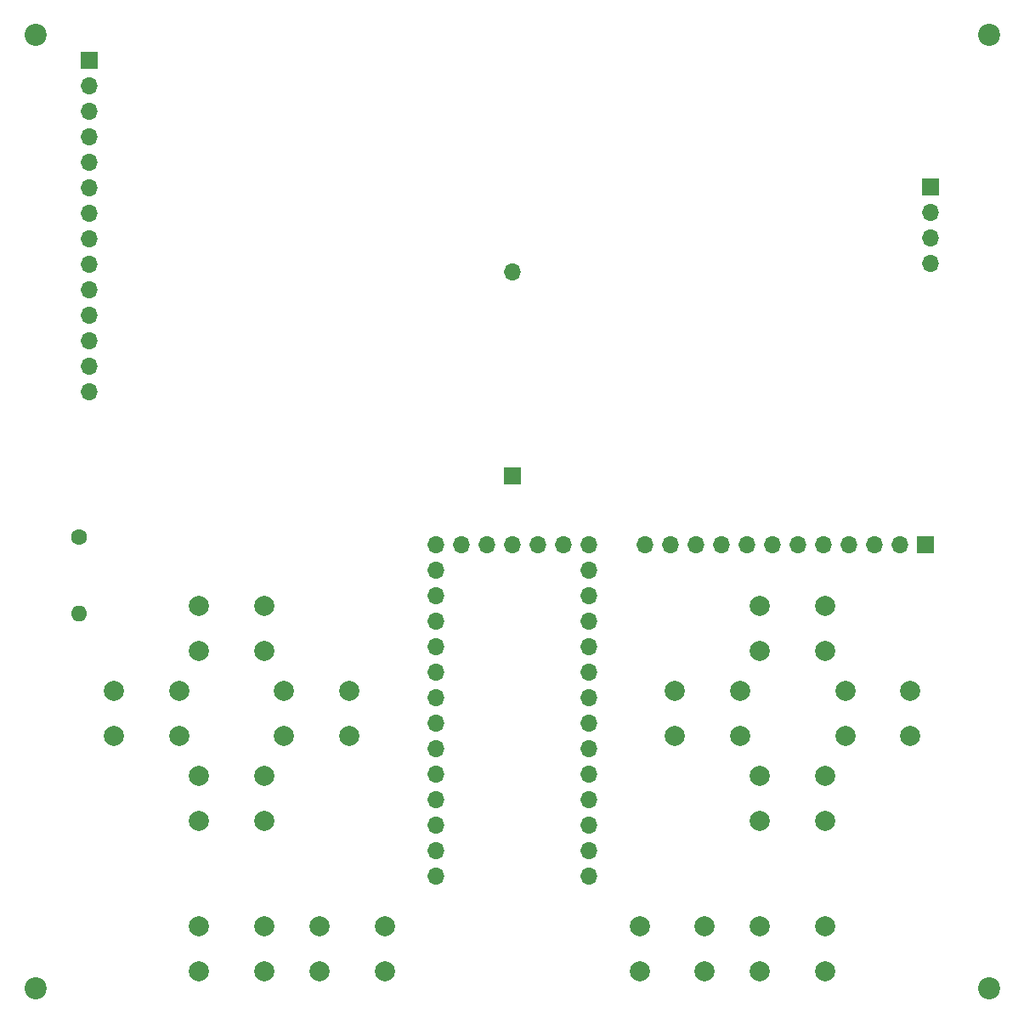
<source format=gbr>
G04 #@! TF.GenerationSoftware,KiCad,Pcbnew,8.0.4*
G04 #@! TF.CreationDate,2024-09-17T15:57:22+09:30*
G04 #@! TF.ProjectId,handheld game console,68616e64-6865-46c6-9420-67616d652063,0*
G04 #@! TF.SameCoordinates,Original*
G04 #@! TF.FileFunction,Soldermask,Bot*
G04 #@! TF.FilePolarity,Negative*
%FSLAX46Y46*%
G04 Gerber Fmt 4.6, Leading zero omitted, Abs format (unit mm)*
G04 Created by KiCad (PCBNEW 8.0.4) date 2024-09-17 15:57:22*
%MOMM*%
%LPD*%
G01*
G04 APERTURE LIST*
%ADD10O,1.700000X1.700000*%
%ADD11C,2.000000*%
%ADD12R,1.700000X1.700000*%
%ADD13C,1.600000*%
%ADD14O,1.600000X1.600000*%
%ADD15C,2.200000*%
G04 APERTURE END LIST*
D10*
X135120000Y-128800000D03*
X135120000Y-126260000D03*
X135120000Y-123720000D03*
X135120000Y-121180000D03*
X135120000Y-118640000D03*
X135120000Y-116100000D03*
X135120000Y-113560000D03*
X135120000Y-111020000D03*
X135120000Y-108480000D03*
X135120000Y-105940000D03*
X135120000Y-103400000D03*
X135120000Y-100860000D03*
X135120000Y-98320000D03*
X119880000Y-98320000D03*
X119880000Y-100860000D03*
X119880000Y-103400000D03*
X119880000Y-105940000D03*
X119880000Y-108480000D03*
X119880000Y-111020000D03*
X119880000Y-113560000D03*
X119880000Y-116100000D03*
X119880000Y-118640000D03*
X119880000Y-121180000D03*
X119880000Y-123720000D03*
X119880000Y-126260000D03*
X130040000Y-98320000D03*
X135120000Y-131340000D03*
X119880000Y-128800000D03*
X127500000Y-98320000D03*
X119880000Y-131340000D03*
X132580000Y-98320000D03*
X124960000Y-98320000D03*
X122420000Y-98320000D03*
D11*
X96300800Y-104348600D03*
X102800800Y-104348600D03*
X96300800Y-108848600D03*
X102800800Y-108848600D03*
X152199200Y-121308600D03*
X158699200Y-121308600D03*
X152199200Y-125808600D03*
X158699200Y-125808600D03*
X96300800Y-136308600D03*
X102800800Y-136308600D03*
X96300800Y-140808600D03*
X102800800Y-140808600D03*
X104780800Y-112828600D03*
X111280800Y-112828600D03*
X104780800Y-117328600D03*
X111280800Y-117328600D03*
X143719200Y-112828600D03*
X150219200Y-112828600D03*
X143719200Y-117328600D03*
X150219200Y-117328600D03*
X96300800Y-121308600D03*
X102800800Y-121308600D03*
X96300800Y-125808600D03*
X102800800Y-125808600D03*
X152199200Y-136308600D03*
X158699200Y-136308600D03*
X152199200Y-140808600D03*
X158699200Y-140808600D03*
X152199200Y-104348600D03*
X158699200Y-104348600D03*
X152199200Y-108848600D03*
X158699200Y-108848600D03*
X87820800Y-112828600D03*
X94320800Y-112828600D03*
X87820800Y-117328600D03*
X94320800Y-117328600D03*
X108300800Y-136308600D03*
X114800800Y-136308600D03*
X108300800Y-140808600D03*
X114800800Y-140808600D03*
X160679200Y-112828600D03*
X167179200Y-112828600D03*
X160679200Y-117328600D03*
X167179200Y-117328600D03*
X140199200Y-136308600D03*
X146699200Y-136308600D03*
X140199200Y-140808600D03*
X146699200Y-140808600D03*
D12*
X85338800Y-50056200D03*
D10*
X85338800Y-52596200D03*
X85338800Y-55136200D03*
X85338800Y-57676200D03*
X85338800Y-60216200D03*
X85338800Y-62756200D03*
X85338800Y-65296200D03*
X85338800Y-67836200D03*
X85338800Y-70376200D03*
X85338800Y-72916200D03*
X85338800Y-75456200D03*
X85338800Y-77996200D03*
X85338800Y-80536200D03*
X85338800Y-83076200D03*
D12*
X169138800Y-62666200D03*
D10*
X169138800Y-65206200D03*
X169138800Y-67746200D03*
X169138800Y-70286200D03*
D13*
X84307200Y-97527200D03*
D14*
X84307200Y-105147200D03*
D15*
X80000000Y-47500000D03*
X80000000Y-142500000D03*
D12*
X168711400Y-98320200D03*
D10*
X166171400Y-98320200D03*
X163631400Y-98320200D03*
X161091400Y-98320200D03*
X158551400Y-98320200D03*
X156011400Y-98320200D03*
X153471400Y-98320200D03*
X150931400Y-98320200D03*
X148391400Y-98320200D03*
X145851400Y-98320200D03*
X143311400Y-98320200D03*
X140771400Y-98320200D03*
D15*
X175000000Y-47500000D03*
X175000000Y-142500000D03*
D12*
X127500000Y-91431200D03*
D10*
X127500000Y-71111200D03*
M02*

</source>
